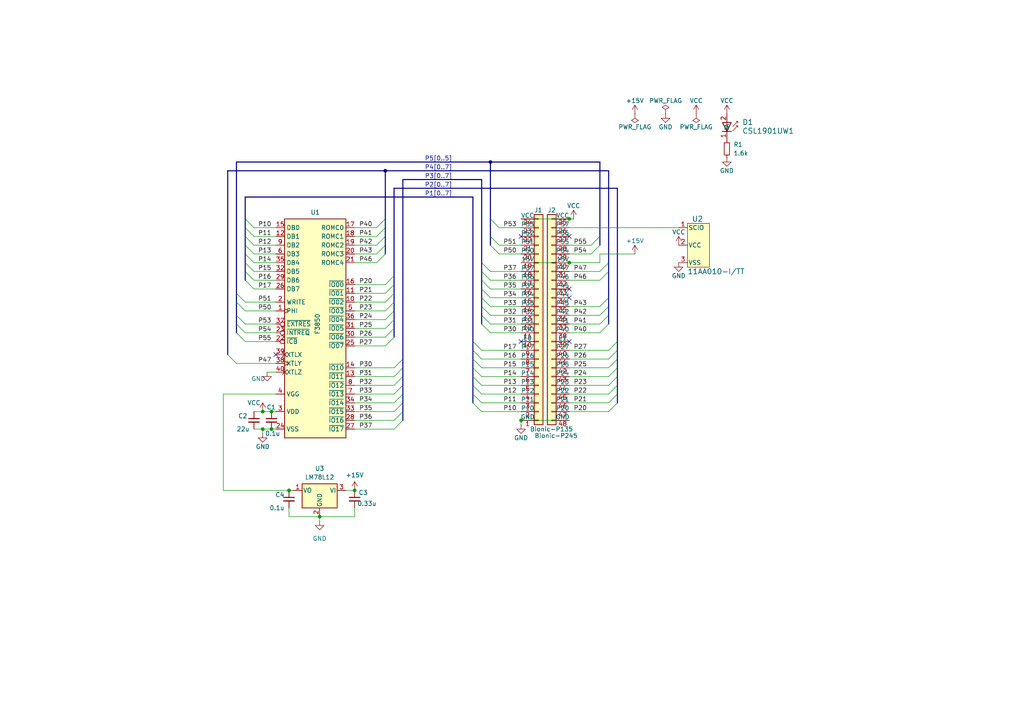
<source format=kicad_sch>
(kicad_sch (version 20231120) (generator "eeschema") (generator_version "8.0")
  (paper "A4")
  (title_block (title "BionicF3850") (date "2024-12-11") (rev "6") (company "Tadashi G. Takaoka"))
  (lib_symbols
    (symbol "+15V_1" (power) (pin_numbers hide) (pin_names (offset 0) hide)
      (property "Value" "+15V" (at 0 3.556 0))
      (symbol "+15V_1_0_1"
        (polyline (pts (xy -0.762 1.27) (xy 0 2.54)))
        (polyline (pts (xy 0 0) (xy 0 2.54)))
        (polyline (pts (xy 0 2.54) (xy 0.762 1.27)))
      )
      (symbol "+15V_1_1_1"
        (pin power_in line (at 0 0 90) (length 0) (name "~") (number "1"))
      )
    )
    (symbol "+15V_2" (power) (pin_numbers hide) (pin_names (offset 0) hide)
      (property "Value" "+15V" (at 0 3.556 0))
      (symbol "+15V_2_0_1"
        (polyline (pts (xy -0.762 1.27) (xy 0 2.54)))
        (polyline (pts (xy 0 0) (xy 0 2.54)))
        (polyline (pts (xy 0 2.54) (xy 0.762 1.27)))
      )
      (symbol "+15V_2_1_1"
        (pin power_in line (at 0 0 90) (length 0) (name "~") (number "1"))
      )
    )
    (symbol "0-LocalLibrary:11AA010-I_TT" (pin_names (offset 0.254))
      (property "Reference" "U" (at 2.54 1.27 0))
      (property "Value" "11AA010-I/TT" (at 3.81 -13.97 0))
      (symbol "11AA010-I_TT_1_1"
        (rectangle (start 0 0) (end 6.35 -12.7) (fill (type background)))
        (pin bidirectional line (at -2.54 -1.27 0) (length 2.54) (name "SCIO") (number "1"))
        (pin power_in line (at -2.54 -6.35 0) (length 2.54) (name "VCC") (number "2"))
        (pin power_in line (at -2.54 -11.43 0) (length 2.54) (name "VSS") (number "3"))
      )
    )
    (symbol "0-LocalLibrary:Bionic-P135" (pin_names (offset 0))
      (property "Reference" "J" (at 0 30.48 0))
      (property "Value" "Bionic-P135" (at -1.27 -33.02 0))
      (symbol "Bionic-P135_1_1"
        (rectangle (start 0 -30.353) (end -1.27 -30.607) (stroke (width 0.1524)))
        (rectangle (start 0 -27.813) (end -1.27 -28.067) (stroke (width 0.1524)))
        (rectangle (start 0 -25.273) (end -1.27 -25.527) (stroke (width 0.1524)))
        (rectangle (start 0 -22.733) (end -1.27 -22.987) (stroke (width 0.1524)))
        (rectangle (start 0 -20.193) (end -1.27 -20.447) (stroke (width 0.1524)))
        (rectangle (start 0 -17.653) (end -1.27 -17.907) (stroke (width 0.1524)))
        (rectangle (start 0 -15.113) (end -1.27 -15.367) (stroke (width 0.1524)))
        (rectangle (start 0 -12.573) (end -1.27 -12.827) (stroke (width 0.1524)))
        (rectangle (start 0 -10.033) (end -1.27 -10.287) (stroke (width 0.1524)))
        (rectangle (start 0 -7.493) (end -1.27 -7.747) (stroke (width 0.1524)))
        (rectangle (start 0 -4.953) (end -1.27 -5.207) (stroke (width 0.1524)))
        (rectangle (start 0 -2.413) (end -1.27 -2.667) (stroke (width 0.1524)))
        (rectangle (start 0 0.127) (end -1.27 -0.127) (stroke (width 0.1524)))
        (rectangle (start 0 2.667) (end -1.27 2.413) (stroke (width 0.1524)))
        (rectangle (start 0 5.207) (end -1.27 4.953) (stroke (width 0.1524)))
        (rectangle (start 0 7.747) (end -1.27 7.493) (stroke (width 0.1524)))
        (rectangle (start 0 10.287) (end -1.27 10.033) (stroke (width 0.1524)))
        (rectangle (start 0 12.827) (end -1.27 12.573) (stroke (width 0.1524)))
        (rectangle (start 0 15.367) (end -1.27 15.113) (stroke (width 0.1524)))
        (rectangle (start 0 17.907) (end -1.27 17.653) (stroke (width 0.1524)))
        (rectangle (start 0 20.447) (end -1.27 20.193) (stroke (width 0.1524)))
        (rectangle (start 0 22.987) (end -1.27 22.733) (stroke (width 0.1524)))
        (rectangle (start 0 25.527) (end -1.27 25.273) (stroke (width 0.1524)))
        (rectangle (start 0 28.067) (end -1.27 27.813) (stroke (width 0.1524)))
        (rectangle (start 1.27 29.21) (end -1.27 -31.75) (stroke (width 0.254)) (fill (type background)))
        (pin power_in line (at -5.08 -30.48 0) (length 3.81) (name "GND") (number "1"))
        (pin bidirectional line (at -5.08 -7.62 0) (length 3.81) (name "E0") (number "10"))
        (pin bidirectional line (at -5.08 -5.08 0) (length 3.81) (name "P30") (number "11"))
        (pin bidirectional line (at -5.08 -2.54 0) (length 3.81) (name "P31") (number "12"))
        (pin bidirectional line (at -5.08 0 0) (length 3.81) (name "P32") (number "13"))
        (pin bidirectional line (at -5.08 2.54 0) (length 3.81) (name "P33") (number "14"))
        (pin bidirectional line (at -5.08 5.08 0) (length 3.81) (name "P34") (number "15"))
        (pin bidirectional line (at -5.08 7.62 0) (length 3.81) (name "P35") (number "16"))
        (pin bidirectional line (at -5.08 10.16 0) (length 3.81) (name "P36") (number "17"))
        (pin bidirectional line (at -5.08 12.7 0) (length 3.81) (name "P37") (number "18"))
        (pin power_in line (at -5.08 15.24 0) (length 3.81) (name "15V") (number "19"))
        (pin bidirectional line (at -5.08 -27.94 0) (length 3.81) (name "P10") (number "2"))
        (pin bidirectional line (at -5.08 17.78 0) (length 3.81) (name "P50") (number "20"))
        (pin bidirectional line (at -5.08 20.32 0) (length 3.81) (name "P51") (number "21"))
        (pin bidirectional line (at -5.08 22.86 0) (length 3.81) (name "P52") (number "22"))
        (pin bidirectional line (at -5.08 25.4 0) (length 3.81) (name "P53") (number "23"))
        (pin power_in line (at -5.08 27.94 0) (length 3.81) (name "VCC") (number "24"))
        (pin bidirectional line (at -5.08 -25.4 0) (length 3.81) (name "P11") (number "3"))
        (pin bidirectional line (at -5.08 -22.86 0) (length 3.81) (name "P12") (number "4"))
        (pin bidirectional line (at -5.08 -20.32 0) (length 3.81) (name "P13") (number "5"))
        (pin bidirectional line (at -5.08 -17.78 0) (length 3.81) (name "P14") (number "6"))
        (pin bidirectional line (at -5.08 -15.24 0) (length 3.81) (name "P15") (number "7"))
        (pin bidirectional line (at -5.08 -12.7 0) (length 3.81) (name "P16") (number "8"))
        (pin bidirectional line (at -5.08 -10.16 0) (length 3.81) (name "P17") (number "9"))
      )
    )
    (symbol "0-LocalLibrary:Bionic-P245" (pin_names (offset 0))
      (property "Reference" "J" (at -3.81 30.48 0))
      (property "Value" "Bionic-P245" (at -1.27 -33.02 0))
      (symbol "Bionic-P245_1_1"
        (rectangle (start -2.54 -30.607) (end -3.81 -30.353) (stroke (width 0.1524)))
        (rectangle (start -2.54 -28.067) (end -3.81 -27.813) (stroke (width 0.1524)))
        (rectangle (start -2.54 -25.527) (end -3.81 -25.273) (stroke (width 0.1524)))
        (rectangle (start -2.54 -22.987) (end -3.81 -22.733) (stroke (width 0.1524)))
        (rectangle (start -2.54 -20.447) (end -3.81 -20.193) (stroke (width 0.1524)))
        (rectangle (start -2.54 -17.907) (end -3.81 -17.653) (stroke (width 0.1524)))
        (rectangle (start -2.54 -15.367) (end -3.81 -15.113) (stroke (width 0.1524)))
        (rectangle (start -2.54 -12.827) (end -3.81 -12.573) (stroke (width 0.1524)))
        (rectangle (start -2.54 -10.287) (end -3.81 -10.033) (stroke (width 0.1524)))
        (rectangle (start -2.54 -7.747) (end -3.81 -7.493) (stroke (width 0.1524)))
        (rectangle (start -2.54 -5.207) (end -3.81 -4.953) (stroke (width 0.1524)))
        (rectangle (start -2.54 -2.667) (end -3.81 -2.413) (stroke (width 0.1524)))
        (rectangle (start -2.54 -0.127) (end -3.81 0.127) (stroke (width 0.1524)))
        (rectangle (start -2.54 2.413) (end -3.81 2.667) (stroke (width 0.1524)))
        (rectangle (start -2.54 4.953) (end -3.81 5.207) (stroke (width 0.1524)))
        (rectangle (start -2.54 7.493) (end -3.81 7.747) (stroke (width 0.1524)))
        (rectangle (start -2.54 10.033) (end -3.81 10.287) (stroke (width 0.1524)))
        (rectangle (start -2.54 12.573) (end -3.81 12.827) (stroke (width 0.1524)))
        (rectangle (start -2.54 15.113) (end -3.81 15.367) (stroke (width 0.1524)))
        (rectangle (start -2.54 17.653) (end -3.81 17.907) (stroke (width 0.1524)))
        (rectangle (start -2.54 20.193) (end -3.81 20.447) (stroke (width 0.1524)))
        (rectangle (start -2.54 22.733) (end -3.81 22.987) (stroke (width 0.1524)))
        (rectangle (start -2.54 25.273) (end -3.81 25.527) (stroke (width 0.1524)))
        (rectangle (start -2.54 27.813) (end -3.81 28.067) (stroke (width 0.1524)))
        (rectangle (start -2.54 29.21) (end -5.08 -31.75) (stroke (width 0.254)) (fill (type background)))
        (pin power_in line (at 1.27 27.94 180) (length 3.81) (name "VCC") (number "25"))
        (pin bidirectional line (at 1.27 25.4 180) (length 3.81) (name "P57") (number "26"))
        (pin bidirectional line (at 1.27 22.86 180) (length 3.81) (name "P56") (number "27"))
        (pin bidirectional line (at 1.27 20.32 180) (length 3.81) (name "P55") (number "28"))
        (pin bidirectional line (at 1.27 17.78 180) (length 3.81) (name "P54") (number "29"))
        (pin power_in line (at 1.27 15.24 180) (length 3.81) (name "15V") (number "30"))
        (pin bidirectional line (at 1.27 12.7 180) (length 3.81) (name "P47") (number "31"))
        (pin bidirectional line (at 1.27 10.16 180) (length 3.81) (name "P46") (number "32"))
        (pin bidirectional line (at 1.27 7.62 180) (length 3.81) (name "P45") (number "33"))
        (pin bidirectional line (at 1.27 5.08 180) (length 3.81) (name "P44") (number "34"))
        (pin bidirectional line (at 1.27 2.54 180) (length 3.81) (name "P43") (number "35"))
        (pin bidirectional line (at 1.27 0 180) (length 3.81) (name "P42") (number "36"))
        (pin bidirectional line (at 1.27 -2.54 180) (length 3.81) (name "P41") (number "37"))
        (pin bidirectional line (at 1.27 -5.08 180) (length 3.81) (name "P40") (number "38"))
        (pin bidirectional line (at 1.27 -7.62 180) (length 3.81) (name "E1") (number "39"))
        (pin bidirectional line (at 1.27 -10.16 180) (length 3.81) (name "P27") (number "40"))
        (pin bidirectional line (at 1.27 -12.7 180) (length 3.81) (name "P26") (number "41"))
        (pin bidirectional line (at 1.27 -15.24 180) (length 3.81) (name "P25") (number "42"))
        (pin bidirectional line (at 1.27 -17.78 180) (length 3.81) (name "P24") (number "43"))
        (pin bidirectional line (at 1.27 -20.32 180) (length 3.81) (name "P23") (number "44"))
        (pin bidirectional line (at 1.27 -22.86 180) (length 3.81) (name "P22") (number "45"))
        (pin bidirectional line (at 1.27 -25.4 180) (length 3.81) (name "P21") (number "46"))
        (pin bidirectional line (at 1.27 -27.94 180) (length 3.81) (name "P20") (number "47"))
        (pin power_in line (at 1.27 -30.48 180) (length 3.81) (name "GND") (number "48"))
      )
    )
    (symbol "0-LocalLibrary:CSL1901UW1" (pin_names (offset 0.254))
      (property "Reference" "D" (at 3.81 -2.54 0))
      (property "Value" "CSL1901UW1" (at 3.81 -5.08 0))
      (symbol "CSL1901UW1_0_1"
        (polyline (pts (xy 2.159 3.175) (xy 2.667 3.175)))
        (polyline (pts (xy 2.54 0) (xy 5.08 0)))
        (polyline (pts (xy 5.08 1.27) (xy 5.08 -1.27)) (stroke (width 0.254)))
        (polyline (pts (xy 3.683 1.651) (xy 2.159 3.175) (xy 2.159 2.667)))
        (polyline (pts (xy 2.54 -1.27) (xy 5.08 0) (xy 2.54 1.27) (xy 2.54 -1.27)) (stroke (width 0.254)))
        (polyline (pts (xy 4.953 1.651) (xy 3.429 3.175) (xy 3.429 2.667) (xy 3.429 3.175) (xy 3.937 3.175)))
      )
      (symbol "CSL1901UW1_1_1"
        (pin passive line (at 7.62 0 180) (length 2.54) (name "K") (number "1"))
        (pin passive line (at 0 0 0) (length 2.54) (name "A") (number "2"))
      )
      (symbol "CSL1901UW1_1_2"
        (polyline (pts (xy -5.08 7.62) (xy -4.445 8.255)) (stroke (width 0.2032)))
        (polyline (pts (xy -5.08 8.255) (xy -5.08 7.62)) (stroke (width 0.2032)))
        (polyline (pts (xy -4.445 6.35) (xy -3.81 6.985)) (stroke (width 0.2032)))
        (polyline (pts (xy -4.445 8.255) (xy -5.08 8.255)) (stroke (width 0.2032)))
        (polyline (pts (xy -4.445 9.525) (xy -3.81 10.16)) (stroke (width 0.2032)))
        (polyline (pts (xy -4.445 10.16) (xy -4.445 9.525)) (stroke (width 0.2032)))
        (polyline (pts (xy -3.81 6.985) (xy -5.08 8.255)) (stroke (width 0.2032)))
        (polyline (pts (xy -3.81 8.255) (xy -3.175 8.89)) (stroke (width 0.2032)))
        (polyline (pts (xy -3.81 10.16) (xy -4.445 10.16)) (stroke (width 0.2032)))
        (polyline (pts (xy -3.175 5.08) (xy -4.445 6.35)) (stroke (width 0.2032)))
        (polyline (pts (xy -3.175 8.89) (xy -4.445 10.16)) (stroke (width 0.2032)))
        (polyline (pts (xy -2.54 6.985) (xy -3.81 8.255)) (stroke (width 0.2032)))
        (polyline (pts (xy -1.905 3.81) (xy 1.905 3.81)) (stroke (width 0.2032)))
        (polyline (pts (xy 0 2.54) (xy 0 3.4798)) (stroke (width 0.2032)))
        (polyline (pts (xy 0 3.175) (xy 0 3.81)) (stroke (width 0.2032)))
        (polyline (pts (xy 0 6.35) (xy -1.905 3.81)) (stroke (width 0.2032)))
        (polyline (pts (xy 0 6.35) (xy 0 7.62)) (stroke (width 0.2032)))
        (polyline (pts (xy 1.905 3.81) (xy 0 6.35)) (stroke (width 0.2032)))
        (polyline (pts (xy 1.905 6.35) (xy -1.905 6.35)) (stroke (width 0.2032)))
        (pin unspecified line (at 0 10.16 270) (length 2.54) (name "") (number "1"))
        (pin unspecified line (at 0 0 90) (length 2.54) (name "") (number "2"))
      )
    )
    (symbol "0-LocalLibrary:F3850"
      (property "Reference" "U" (at -1.27 31.75 0))
      (property "Value" "F3850" (at 0 -3.81 90))
      (symbol "F3850_0_0"
        (pin bidirectional line (at 11.43 -6.35 180) (length 2.54) (name "~{IO07}") (number "25"))
        (pin input inverted (at -11.43 0 0) (length 2.54) (name "~{EXTRES}") (number "37"))
        (pin input clock (at -11.43 -11.43 0) (length 2.54) (name "XTLY") (number "38"))
      )
      (symbol "F3850_0_1"
        (rectangle (start -8.89 30.48) (end 8.89 -33.02) (stroke (width 0.254)) (fill (type background)))
      )
      (symbol "F3850_1_1"
        (pin output clock (at -11.43 3.81 0) (length 2.54) (name "PHI") (number "1"))
        (pin bidirectional line (at 11.43 6.35 180) (length 2.54) (name "~{IO02}") (number "10"))
        (pin bidirectional line (at 11.43 8.89 180) (length 2.54) (name "~{IO01}") (number "11"))
        (pin bidirectional line (at -11.43 25.4 0) (length 2.54) (name "DB1") (number "12"))
        (pin bidirectional line (at 11.43 -15.24 180) (length 2.54) (name "~{IO11}") (number "13"))
        (pin bidirectional line (at 11.43 -12.7 180) (length 2.54) (name "~{IO10}") (number "14"))
        (pin bidirectional line (at -11.43 27.94 0) (length 2.54) (name "DB0") (number "15"))
        (pin bidirectional line (at 11.43 11.43 180) (length 2.54) (name "~{IO00}") (number "16"))
        (pin output line (at 11.43 27.94 180) (length 2.54) (name "ROMC0") (number "17"))
        (pin output line (at 11.43 25.4 180) (length 2.54) (name "ROMC1") (number "18"))
        (pin output line (at 11.43 22.86 180) (length 2.54) (name "ROMC2") (number "19"))
        (pin output line (at -11.43 6.35 0) (length 2.54) (name "WRITE") (number "2"))
        (pin output line (at 11.43 20.32 180) (length 2.54) (name "ROMC3") (number "20"))
        (pin output line (at 11.43 17.78 180) (length 2.54) (name "ROMC4") (number "21"))
        (pin output inverted (at -11.43 -5.08 0) (length 2.54) (name "~{ICB}") (number "22"))
        (pin input inverted (at -11.43 -2.54 0) (length 2.54) (name "~{INTREQ}") (number "23"))
        (pin power_in line (at -11.43 -30.48 0) (length 2.54) (name "VSS") (number "24"))
        (pin bidirectional line (at -11.43 10.16 0) (length 2.54) (name "DB7") (number "26"))
        (pin bidirectional line (at 11.43 -30.48 180) (length 2.54) (name "~{IO17}") (number "27"))
        (pin bidirectional line (at 11.43 -27.94 180) (length 2.54) (name "~{IO16}") (number "28"))
        (pin bidirectional line (at -11.43 12.7 0) (length 2.54) (name "DB6") (number "29"))
        (pin power_in line (at -11.43 -25.4 0) (length 2.54) (name "VDD") (number "3"))
        (pin bidirectional line (at 11.43 -3.81 180) (length 2.54) (name "~{IO06}") (number "30"))
        (pin bidirectional line (at 11.43 -1.27 180) (length 2.54) (name "~{IO05}") (number "31"))
        (pin bidirectional line (at -11.43 15.24 0) (length 2.54) (name "DB5") (number "32"))
        (pin bidirectional line (at 11.43 -25.4 180) (length 2.54) (name "~{IO15}") (number "33"))
        (pin bidirectional line (at 11.43 -22.86 180) (length 2.54) (name "~{IO14}") (number "34"))
        (pin bidirectional line (at -11.43 17.78 0) (length 2.54) (name "DB4") (number "35"))
        (pin bidirectional line (at 11.43 1.27 180) (length 2.54) (name "~{IO04}") (number "36"))
        (pin input non_logic (at -11.43 -8.89 0) (length 2.54) (name "XTLX") (number "39"))
        (pin power_in line (at -11.43 -20.32 0) (length 2.54) (name "VGG") (number "4"))
        (pin input non_logic (at -11.43 -13.97 0) (length 2.54) (name "XTLZ") (number "40"))
        (pin bidirectional line (at 11.43 3.81 180) (length 2.54) (name "~{IO03}") (number "5"))
        (pin bidirectional line (at -11.43 20.32 0) (length 2.54) (name "DB3") (number "6"))
        (pin bidirectional line (at 11.43 -20.32 180) (length 2.54) (name "~{IO13}") (number "7"))
        (pin bidirectional line (at 11.43 -17.78 180) (length 2.54) (name "~{IO12}") (number "8"))
        (pin bidirectional line (at -11.43 22.86 0) (length 2.54) (name "DB2") (number "9"))
      )
    )
    (symbol "Device:C_Small" (pin_numbers hide) (pin_names (offset 0.254) hide)
      (property "Reference" "C" (at 0.254 1.778 0))
      (property "Value" "C_Small" (at 0.254 -2.032 0))
      (symbol "C_Small_0_1"
        (polyline (pts (xy -1.524 -0.508) (xy 1.524 -0.508)) (stroke (width 0.3302)))
        (polyline (pts (xy -1.524 0.508) (xy 1.524 0.508)) (stroke (width 0.3048)))
      )
      (symbol "C_Small_1_1"
        (pin passive line (at 0 2.54 270) (length 2.032) (name "~") (number "1"))
        (pin passive line (at 0 -2.54 90) (length 2.032) (name "~") (number "2"))
      )
    )
    (symbol "Device:R_Small" (pin_numbers hide) (pin_names (offset 0.254) hide)
      (property "Reference" "R" (at 0.762 0.508 0))
      (property "Value" "R_Small" (at 0.762 -1.016 0))
      (symbol "R_Small_0_1"
        (rectangle (start -0.762 1.778) (end 0.762 -1.778) (stroke (width 0.2032)))
      )
      (symbol "R_Small_1_1"
        (pin passive line (at 0 2.54 270) (length 0.762) (name "~") (number "1"))
        (pin passive line (at 0 -2.54 90) (length 0.762) (name "~") (number "2"))
      )
    )
    (symbol "GND_1" (power) (pin_numbers hide) (pin_names (offset 0) hide)
      (property "Value" "GND" (at 0 -3.81 0))
      (symbol "GND_1_0_1"
        (polyline (pts (xy 0 0) (xy 0 -1.27) (xy 1.27 -1.27) (xy 0 -2.54) (xy -1.27 -1.27) (xy 0 -1.27)))
      )
      (symbol "GND_1_1_1"
        (pin power_in line (at 0 0 270) (length 0) (name "~") (number "1"))
      )
    )
    (symbol "GND_2" (power) (pin_numbers hide) (pin_names (offset 0) hide)
      (property "Value" "GND" (at 0 -3.81 0))
      (symbol "GND_2_0_1"
        (polyline (pts (xy 0 0) (xy 0 -1.27) (xy 1.27 -1.27) (xy 0 -2.54) (xy -1.27 -1.27) (xy 0 -1.27)))
      )
      (symbol "GND_2_1_1"
        (pin power_in line (at 0 0 270) (length 0) (name "~") (number "1"))
      )
    )
    (symbol "GND_3" (power) (pin_numbers hide) (pin_names (offset 0) hide)
      (property "Value" "GND" (at 0 -3.81 0))
      (symbol "GND_3_0_1"
        (polyline (pts (xy 0 0) (xy 0 -1.27) (xy 1.27 -1.27) (xy 0 -2.54) (xy -1.27 -1.27) (xy 0 -1.27)))
      )
      (symbol "GND_3_1_1"
        (pin power_in line (at 0 0 270) (length 0) (name "~") (number "1"))
      )
    )
    (symbol "GND_4" (power) (pin_numbers hide) (pin_names (offset 0) hide)
      (property "Value" "GND" (at 0 -3.81 0))
      (symbol "GND_4_0_1"
        (polyline (pts (xy 0 0) (xy 0 -1.27) (xy 1.27 -1.27) (xy 0 -2.54) (xy -1.27 -1.27) (xy 0 -1.27)))
      )
      (symbol "GND_4_1_1"
        (pin power_in line (at 0 0 270) (length 0) (name "~") (number "1"))
      )
    )
    (symbol "Regulator_Linear:L78L12_TO92" (pin_names (offset 0.254))
      (property "Reference" "U" (at -3.81 3.175 0))
      (property "Value" "L78L12_TO92" (at 0 3.175 0))
      (symbol "L78L12_TO92_0_1"
        (rectangle (start -5.08 -5.08) (end 5.08 1.905) (stroke (width 0.254)) (fill (type background)))
      )
      (symbol "L78L12_TO92_1_1"
        (pin power_out line (at 7.62 0 180) (length 2.54) (name "VO") (number "1"))
        (pin power_in line (at 0 -7.62 90) (length 2.54) (name "GND") (number "2"))
        (pin power_in line (at -7.62 0 0) (length 2.54) (name "VI") (number "3"))
      )
    )
    (symbol "VCC_1" (power) (pin_numbers hide) (pin_names (offset 0) hide)
      (property "Value" "VCC" (at 0 3.556 0))
      (symbol "VCC_1_0_1"
        (polyline (pts (xy -0.762 1.27) (xy 0 2.54)))
        (polyline (pts (xy 0 0) (xy 0 2.54)))
        (polyline (pts (xy 0 2.54) (xy 0.762 1.27)))
      )
      (symbol "VCC_1_1_1"
        (pin power_in line (at 0 0 90) (length 0) (name "~") (number "1"))
      )
    )
    (symbol "VCC_2" (power) (pin_numbers hide) (pin_names (offset 0) hide)
      (property "Value" "VCC" (at 0 3.556 0))
      (symbol "VCC_2_0_1"
        (polyline (pts (xy -0.762 1.27) (xy 0 2.54)))
        (polyline (pts (xy 0 0) (xy 0 2.54)))
        (polyline (pts (xy 0 2.54) (xy 0.762 1.27)))
      )
      (symbol "VCC_2_1_1"
        (pin power_in line (at 0 0 90) (length 0) (name "~") (number "1"))
      )
    )
    (symbol "VCC_3" (power) (pin_numbers hide) (pin_names (offset 0) hide)
      (property "Value" "VCC" (at 0 3.556 0))
      (symbol "VCC_3_0_1"
        (polyline (pts (xy -0.762 1.27) (xy 0 2.54)))
        (polyline (pts (xy 0 0) (xy 0 2.54)))
        (polyline (pts (xy 0 2.54) (xy 0.762 1.27)))
      )
      (symbol "VCC_3_1_1"
        (pin power_in line (at 0 0 90) (length 0) (name "~") (number "1"))
      )
    )
    (symbol "VCC_4" (power) (pin_numbers hide) (pin_names (offset 0) hide)
      (property "Value" "VCC" (at 0 3.556 0))
      (symbol "VCC_4_0_1"
        (polyline (pts (xy -0.762 1.27) (xy 0 2.54)))
        (polyline (pts (xy 0 0) (xy 0 2.54)))
        (polyline (pts (xy 0 2.54) (xy 0.762 1.27)))
      )
      (symbol "VCC_4_1_1"
        (pin power_in line (at 0 0 90) (length 0) (name "~") (number "1"))
      )
    )
    (symbol "power:+15V" (power) (pin_numbers hide) (pin_names (offset 0) hide)
      (property "Value" "+15V" (at 0 3.556 0))
      (symbol "+15V_0_1"
        (polyline (pts (xy -0.762 1.27) (xy 0 2.54)))
        (polyline (pts (xy 0 0) (xy 0 2.54)))
        (polyline (pts (xy 0 2.54) (xy 0.762 1.27)))
      )
      (symbol "+15V_1_1"
        (pin power_in line (at 0 0 90) (length 0) (name "~") (number "1"))
      )
    )
    (symbol "power:GND" (power) (pin_numbers hide) (pin_names (offset 0) hide)
      (property "Value" "GND" (at 0 -3.81 0))
      (symbol "GND_0_1"
        (polyline (pts (xy 0 0) (xy 0 -1.27) (xy 1.27 -1.27) (xy 0 -2.54) (xy -1.27 -1.27) (xy 0 -1.27)))
      )
      (symbol "GND_1_1"
        (pin power_in line (at 0 0 270) (length 0) (name "~") (number "1"))
      )
    )
    (symbol "power:PWR_FLAG" (power) (pin_numbers hide) (pin_names (offset 0) hide)
      (property "Value" "PWR_FLAG" (at 0 3.81 0))
      (symbol "PWR_FLAG_0_0"
        (pin power_out line (at 0 0 90) (length 0) (name "~") (number "1"))
      )
      (symbol "PWR_FLAG_0_1"
        (polyline (pts (xy 0 0) (xy 0 1.27) (xy -1.016 1.905) (xy 0 2.54) (xy 1.016 1.905) (xy 0 1.27)))
      )
    )
    (symbol "power:VCC" (power) (pin_numbers hide) (pin_names (offset 0) hide)
      (property "Value" "VCC" (at 0 3.556 0))
      (symbol "VCC_0_1"
        (polyline (pts (xy -0.762 1.27) (xy 0 2.54)))
        (polyline (pts (xy 0 0) (xy 0 2.54)))
        (polyline (pts (xy 0 2.54) (xy 0.762 1.27)))
      )
      (symbol "VCC_1_1"
        (pin power_in line (at 0 0 90) (length 0) (name "~") (number "1"))
      )
    )
  )
  (junction (at 78.74 119.38))
  (junction (at 83.82 142.24))
  (junction (at 92.71 149.86))
  (junction (at 151.13 121.92))
  (junction (at 76.2 119.38))
  (junction (at 102.87 142.24))
  (junction (at 76.2 124.46))
  (junction (at 142.24 46.99))
  (junction (at 165.1 76.2))
  (junction (at 111.76 49.53))
  (junction (at 165.1 63.5))
  (junction (at 78.74 124.46))
  (no_connect (at 165.1 68.58))
  (no_connect (at 80.01 102.87))
  (no_connect (at 165.1 86.36))
  (no_connect (at 165.1 83.82))
  (no_connect (at 165.1 99.06))
  (no_connect (at 151.13 99.06))
  (no_connect (at 151.13 68.58))
  (bus_entry (at 139.7 119.38) (size -2.54 -2.54))
  (bus_entry (at 139.7 81.28) (size 2.54 2.54))
  (bus_entry (at 144.78 66.04) (size -2.54 -2.54))
  (bus_entry (at 179.07 99.06) (size -2.54 2.54))
  (bus_entry (at 111.76 71.12) (size -2.54 2.54))
  (bus_entry (at 176.53 93.98) (size -2.54 2.54))
  (bus_entry (at 144.78 73.66) (size -2.54 -2.54))
  (bus_entry (at 71.12 99.06) (size -2.54 -2.54))
  (bus_entry (at 73.66 78.74) (size -2.54 -2.54))
  (bus_entry (at 116.84 104.14) (size -2.54 2.54))
  (bus_entry (at 173.99 88.9) (size 2.54 -2.54))
  (bus_entry (at 73.66 73.66) (size -2.54 -2.54))
  (bus_entry (at 139.7 91.44) (size 2.54 2.54))
  (bus_entry (at 176.53 76.2) (size -2.54 2.54))
  (bus_entry (at 111.76 63.5) (size -2.54 2.54))
  (bus_entry (at 116.84 114.3) (size -2.54 2.54))
  (bus_entry (at 179.07 109.22) (size -2.54 2.54))
  (bus_entry (at 111.76 85.09) (size 2.54 -2.54))
  (bus_entry (at 116.84 111.76) (size -2.54 2.54))
  (bus_entry (at 71.12 90.17) (size -2.54 -2.54))
  (bus_entry (at 139.7 76.2) (size 2.54 2.54))
  (bus_entry (at 179.07 101.6) (size -2.54 2.54))
  (bus_entry (at 139.7 93.98) (size 2.54 2.54))
  (bus_entry (at 71.12 93.98) (size -2.54 -2.54))
  (bus_entry (at 73.66 68.58) (size -2.54 -2.54))
  (bus_entry (at 144.78 71.12) (size -2.54 -2.54))
  (bus_entry (at 139.7 101.6) (size -2.54 -2.54))
  (bus_entry (at 139.7 104.14) (size -2.54 -2.54))
  (bus_entry (at 111.76 92.71) (size 2.54 -2.54))
  (bus_entry (at 171.45 73.66) (size 2.54 -2.54))
  (bus_entry (at 173.99 93.98) (size 2.54 -2.54))
  (bus_entry (at 173.99 91.44) (size 2.54 -2.54))
  (bus_entry (at 171.45 71.12) (size 2.54 -2.54))
  (bus_entry (at 176.53 78.74) (size -2.54 2.54))
  (bus_entry (at 111.76 68.58) (size -2.54 2.54))
  (bus_entry (at 71.12 87.63) (size -2.54 -2.54))
  (bus_entry (at 139.7 86.36) (size 2.54 2.54))
  (bus_entry (at 139.7 109.22) (size -2.54 -2.54))
  (bus_entry (at 179.07 114.3) (size -2.54 2.54))
  (bus_entry (at 111.76 95.25) (size 2.54 -2.54))
  (bus_entry (at 71.12 96.52) (size -2.54 -2.54))
  (bus_entry (at 73.66 81.28) (size -2.54 -2.54))
  (bus_entry (at 179.07 104.14) (size -2.54 2.54))
  (bus_entry (at 111.76 73.66) (size -2.54 2.54))
  (bus_entry (at 73.66 76.2) (size -2.54 -2.54))
  (bus_entry (at 73.66 66.04) (size -2.54 -2.54))
  (bus_entry (at 139.7 88.9) (size 2.54 2.54))
  (bus_entry (at 114.3 121.92) (size 2.54 -2.54))
  (bus_entry (at 139.7 111.76) (size -2.54 -2.54))
  (bus_entry (at 176.53 114.3) (size 2.54 -2.54))
  (bus_entry (at 114.3 87.63) (size -2.54 2.54))
  (bus_entry (at 139.7 78.74) (size 2.54 2.54))
  (bus_entry (at 139.7 83.82) (size 2.54 2.54))
  (bus_entry (at 114.3 119.38) (size 2.54 -2.54))
  (bus_entry (at 116.84 109.22) (size -2.54 2.54))
  (bus_entry (at 179.07 106.68) (size -2.54 2.54))
  (bus_entry (at 111.76 87.63) (size 2.54 -2.54))
  (bus_entry (at 139.7 106.68) (size -2.54 -2.54))
  (bus_entry (at 111.76 82.55) (size 2.54 -2.54))
  (bus_entry (at 73.66 71.12) (size -2.54 -2.54))
  (bus_entry (at 111.76 66.04) (size -2.54 2.54))
  (bus_entry (at 139.7 114.3) (size -2.54 -2.54))
  (bus_entry (at 114.3 124.46) (size 2.54 -2.54))
  (bus_entry (at 179.07 116.84) (size -2.54 2.54))
  (bus_entry (at 116.84 106.68) (size -2.54 2.54))
  (bus_entry (at 139.7 116.84) (size -2.54 -2.54))
  (bus_entry (at 114.3 97.79) (size -2.54 2.54))
  (bus_entry (at 114.3 95.25) (size -2.54 2.54))
  (bus_entry (at 73.66 83.82) (size -2.54 -2.54))
  (bus_entry (at 66.04 102.87) (size 2.54 2.54))
  (wire (pts (xy 71.12 90.17) (xy 80.01 90.17)))
  (bus (pts (xy 176.53 91.44) (xy 176.53 93.98)))
  (wire (pts (xy 78.74 119.38) (xy 80.01 119.38)))
  (wire (pts (xy 102.87 100.33) (xy 111.76 100.33)))
  (bus (pts (xy 116.84 104.14) (xy 116.84 106.68)))
  (wire (pts (xy 73.66 81.28) (xy 80.01 81.28)))
  (wire (pts (xy 73.66 71.12) (xy 80.01 71.12)))
  (wire (pts (xy 139.7 104.14) (xy 151.13 104.14)))
  (wire (pts (xy 102.87 76.2) (xy 109.22 76.2)))
  (bus (pts (xy 139.7 52.07) (xy 139.7 76.2)))
  (bus (pts (xy 116.84 109.22) (xy 116.84 111.76)))
  (wire (pts (xy 102.87 149.86) (xy 92.71 149.86)))
  (bus (pts (xy 139.7 81.28) (xy 139.7 83.82)))
  (wire (pts (xy 102.87 87.63) (xy 111.76 87.63)))
  (wire (pts (xy 139.7 116.84) (xy 151.13 116.84)))
  (bus (pts (xy 71.12 66.04) (xy 71.12 68.58)))
  (wire (pts (xy 173.99 73.66) (xy 173.99 76.2)))
  (bus (pts (xy 139.7 86.36) (xy 139.7 88.9)))
  (wire (pts (xy 73.66 83.82) (xy 80.01 83.82)))
  (bus (pts (xy 116.84 119.38) (xy 116.84 121.92)))
  (wire (pts (xy 102.87 121.92) (xy 114.3 121.92)))
  (bus (pts (xy 114.3 87.63) (xy 114.3 90.17)))
  (wire (pts (xy 102.87 73.66) (xy 109.22 73.66)))
  (wire (pts (xy 102.87 147.32) (xy 102.87 149.86)))
  (bus (pts (xy 116.84 114.3) (xy 116.84 116.84)))
  (bus (pts (xy 176.53 88.9) (xy 176.53 91.44)))
  (wire (pts (xy 102.87 85.09) (xy 111.76 85.09)))
  (bus (pts (xy 114.3 90.17) (xy 114.3 92.71)))
  (wire (pts (xy 165.1 116.84) (xy 176.53 116.84)))
  (wire (pts (xy 71.12 87.63) (xy 80.01 87.63)))
  (bus (pts (xy 139.7 78.74) (xy 139.7 81.28)))
  (wire (pts (xy 165.1 76.2) (xy 173.99 76.2)))
  (bus (pts (xy 114.3 54.61) (xy 114.3 80.01)))
  (wire (pts (xy 139.7 114.3) (xy 151.13 114.3)))
  (wire (pts (xy 80.01 114.3) (xy 64.77 114.3)))
  (wire (pts (xy 76.2 124.46) (xy 78.74 124.46)))
  (bus (pts (xy 142.24 46.99) (xy 173.99 46.99)))
  (wire (pts (xy 73.66 66.04) (xy 80.01 66.04)))
  (wire (pts (xy 102.87 68.58) (xy 109.22 68.58)))
  (wire (pts (xy 83.82 147.32) (xy 83.82 149.86)))
  (wire (pts (xy 142.24 78.74) (xy 151.13 78.74)))
  (wire (pts (xy 151.13 63.5) (xy 165.1 63.5)))
  (wire (pts (xy 165.1 104.14) (xy 176.53 104.14)))
  (wire (pts (xy 102.87 90.17) (xy 111.76 90.17)))
  (wire (pts (xy 71.12 99.06) (xy 80.01 99.06)))
  (bus (pts (xy 137.16 101.6) (xy 137.16 104.14)))
  (wire (pts (xy 144.78 66.04) (xy 151.13 66.04)))
  (bus (pts (xy 111.76 68.58) (xy 111.76 71.12)))
  (bus (pts (xy 142.24 63.5) (xy 142.24 46.99)))
  (wire (pts (xy 78.74 124.46) (xy 80.01 124.46)))
  (bus (pts (xy 137.16 57.15) (xy 137.16 99.06)))
  (bus (pts (xy 173.99 71.12) (xy 173.99 68.58)))
  (wire (pts (xy 139.7 119.38) (xy 151.13 119.38)))
  (wire (pts (xy 64.77 114.3) (xy 64.77 142.24)))
  (wire (pts (xy 165.1 114.3) (xy 176.53 114.3)))
  (bus (pts (xy 137.16 109.22) (xy 137.16 111.76)))
  (wire (pts (xy 102.87 92.71) (xy 111.76 92.71)))
  (wire (pts (xy 102.87 111.76) (xy 114.3 111.76)))
  (bus (pts (xy 68.58 93.98) (xy 68.58 91.44)))
  (wire (pts (xy 165.1 88.9) (xy 173.99 88.9)))
  (bus (pts (xy 173.99 46.99) (xy 173.99 68.58)))
  (wire (pts (xy 165.1 78.74) (xy 173.99 78.74)))
  (wire (pts (xy 64.77 142.24) (xy 83.82 142.24)))
  (bus (pts (xy 137.16 104.14) (xy 137.16 106.68)))
  (bus (pts (xy 179.07 99.06) (xy 179.07 101.6)))
  (bus (pts (xy 176.53 86.36) (xy 176.53 88.9)))
  (wire (pts (xy 71.12 93.98) (xy 80.01 93.98)))
  (wire (pts (xy 102.87 106.68) (xy 114.3 106.68)))
  (wire (pts (xy 144.78 71.12) (xy 151.13 71.12)))
  (bus (pts (xy 139.7 88.9) (xy 139.7 91.44)))
  (bus (pts (xy 179.07 101.6) (xy 179.07 104.14)))
  (bus (pts (xy 116.84 52.07) (xy 139.7 52.07)))
  (bus (pts (xy 114.3 54.61) (xy 179.07 54.61)))
  (wire (pts (xy 142.24 86.36) (xy 151.13 86.36)))
  (wire (pts (xy 139.7 106.68) (xy 151.13 106.68)))
  (bus (pts (xy 176.53 76.2) (xy 176.53 78.74)))
  (wire (pts (xy 77.47 107.95) (xy 80.01 107.95)))
  (wire (pts (xy 73.66 68.58) (xy 80.01 68.58)))
  (wire (pts (xy 102.87 71.12) (xy 109.22 71.12)))
  (bus (pts (xy 116.84 106.68) (xy 116.84 109.22)))
  (bus (pts (xy 71.12 78.74) (xy 71.12 81.28)))
  (bus (pts (xy 179.07 114.3) (xy 179.07 116.84)))
  (bus (pts (xy 176.53 49.53) (xy 176.53 76.2)))
  (wire (pts (xy 73.66 76.2) (xy 80.01 76.2)))
  (bus (pts (xy 176.53 78.74) (xy 176.53 86.36)))
  (bus (pts (xy 114.3 82.55) (xy 114.3 85.09)))
  (wire (pts (xy 102.87 114.3) (xy 114.3 114.3)))
  (bus (pts (xy 68.58 93.98) (xy 68.58 96.52)))
  (bus (pts (xy 179.07 111.76) (xy 179.07 114.3)))
  (wire (pts (xy 165.1 106.68) (xy 176.53 106.68)))
  (bus (pts (xy 179.07 54.61) (xy 179.07 99.06)))
  (wire (pts (xy 102.87 109.22) (xy 114.3 109.22)))
  (bus (pts (xy 71.12 68.58) (xy 71.12 71.12)))
  (wire (pts (xy 165.1 63.5) (xy 166.37 63.5)))
  (wire (pts (xy 102.87 95.25) (xy 111.76 95.25)))
  (wire (pts (xy 142.24 88.9) (xy 151.13 88.9)))
  (wire (pts (xy 102.87 82.55) (xy 111.76 82.55)))
  (wire (pts (xy 165.1 73.66) (xy 171.45 73.66)))
  (bus (pts (xy 114.3 80.01) (xy 114.3 82.55)))
  (wire (pts (xy 165.1 111.76) (xy 176.53 111.76)))
  (wire (pts (xy 73.66 73.66) (xy 80.01 73.66)))
  (bus (pts (xy 114.3 95.25) (xy 114.3 97.79)))
  (wire (pts (xy 184.15 73.66) (xy 173.99 73.66)))
  (wire (pts (xy 85.09 142.24) (xy 83.82 142.24)))
  (bus (pts (xy 111.76 63.5) (xy 111.76 66.04)))
  (bus (pts (xy 68.58 87.63) (xy 68.58 85.09)))
  (bus (pts (xy 71.12 71.12) (xy 71.12 73.66)))
  (bus (pts (xy 116.84 111.76) (xy 116.84 114.3)))
  (wire (pts (xy 102.87 124.46) (xy 114.3 124.46)))
  (wire (pts (xy 165.1 66.04) (xy 196.85 66.04)))
  (wire (pts (xy 102.87 97.79) (xy 111.76 97.79)))
  (bus (pts (xy 71.12 66.04) (xy 71.12 63.5)))
  (wire (pts (xy 73.66 78.74) (xy 80.01 78.74)))
  (wire (pts (xy 139.7 101.6) (xy 151.13 101.6)))
  (bus (pts (xy 139.7 83.82) (xy 139.7 86.36)))
  (wire (pts (xy 73.66 119.38) (xy 76.2 119.38)))
  (bus (pts (xy 116.84 116.84) (xy 116.84 119.38)))
  (bus (pts (xy 111.76 66.04) (xy 111.76 68.58)))
  (bus (pts (xy 66.04 49.53) (xy 111.76 49.53)))
  (wire (pts (xy 144.78 73.66) (xy 151.13 73.66)))
  (wire (pts (xy 83.82 149.86) (xy 92.71 149.86)))
  (wire (pts (xy 139.7 111.76) (xy 151.13 111.76)))
  (bus (pts (xy 68.58 46.99) (xy 142.24 46.99)))
  (bus (pts (xy 71.12 57.15) (xy 137.16 57.15)))
  (bus (pts (xy 68.58 91.44) (xy 68.58 87.63)))
  (wire (pts (xy 142.24 96.52) (xy 151.13 96.52)))
  (bus (pts (xy 142.24 71.12) (xy 142.24 68.58)))
  (bus (pts (xy 139.7 91.44) (xy 139.7 93.98)))
  (bus (pts (xy 71.12 73.66) (xy 71.12 76.2)))
  (wire (pts (xy 165.1 91.44) (xy 173.99 91.44)))
  (wire (pts (xy 165.1 109.22) (xy 176.53 109.22)))
  (wire (pts (xy 139.7 109.22) (xy 151.13 109.22)))
  (wire (pts (xy 151.13 123.19) (xy 151.13 121.92)))
  (bus (pts (xy 142.24 68.58) (xy 142.24 63.5)))
  (bus (pts (xy 137.16 111.76) (xy 137.16 114.3)))
  (bus (pts (xy 114.3 92.71) (xy 114.3 95.25)))
  (bus (pts (xy 139.7 76.2) (xy 139.7 78.74)))
  (wire (pts (xy 102.87 142.24) (xy 100.33 142.24)))
  (bus (pts (xy 179.07 109.22) (xy 179.07 111.76)))
  (bus (pts (xy 116.84 52.07) (xy 116.84 104.14)))
  (wire (pts (xy 165.1 81.28) (xy 173.99 81.28)))
  (wire (pts (xy 73.66 124.46) (xy 76.2 124.46)))
  (wire (pts (xy 165.1 101.6) (xy 176.53 101.6)))
  (wire (pts (xy 151.13 76.2) (xy 165.1 76.2)))
  (wire (pts (xy 165.1 93.98) (xy 173.99 93.98)))
  (bus (pts (xy 137.16 114.3) (xy 137.16 116.84)))
  (wire (pts (xy 165.1 71.12) (xy 171.45 71.12)))
  (wire (pts (xy 165.1 119.38) (xy 176.53 119.38)))
  (wire (pts (xy 151.13 121.92) (xy 165.1 121.92)))
  (wire (pts (xy 76.2 119.38) (xy 78.74 119.38)))
  (bus (pts (xy 114.3 85.09) (xy 114.3 87.63)))
  (bus (pts (xy 111.76 71.12) (xy 111.76 73.66)))
  (bus (pts (xy 71.12 76.2) (xy 71.12 78.74)))
  (wire (pts (xy 71.12 96.52) (xy 80.01 96.52)))
  (wire (pts (xy 68.58 105.41) (xy 80.01 105.41)))
  (bus (pts (xy 111.76 49.53) (xy 176.53 49.53)))
  (wire (pts (xy 165.1 96.52) (xy 173.99 96.52)))
  (bus (pts (xy 179.07 104.14) (xy 179.07 106.68)))
  (bus (pts (xy 137.16 99.06) (xy 137.16 101.6)))
  (bus (pts (xy 137.16 106.68) (xy 137.16 109.22)))
  (bus (pts (xy 71.12 63.5) (xy 71.12 57.15)))
  (wire (pts (xy 102.87 119.38) (xy 114.3 119.38)))
  (bus (pts (xy 66.04 49.53) (xy 66.04 102.87)))
  (wire (pts (xy 142.24 83.82) (xy 151.13 83.82)))
  (wire (pts (xy 102.87 116.84) (xy 114.3 116.84)))
  (bus (pts (xy 111.76 63.5) (xy 111.76 49.53)))
  (wire (pts (xy 92.71 151.13) (xy 92.71 149.86)))
  (wire (pts (xy 142.24 93.98) (xy 151.13 93.98)))
  (bus (pts (xy 68.58 46.99) (xy 68.58 85.09)))
  (wire (pts (xy 102.87 66.04) (xy 109.22 66.04)))
  (wire (pts (xy 76.2 125.73) (xy 76.2 124.46)))
  (wire (pts (xy 142.24 91.44) (xy 151.13 91.44)))
  (bus (pts (xy 179.07 106.68) (xy 179.07 109.22)))
  (wire (pts (xy 142.24 81.28) (xy 151.13 81.28)))
  (label "P26" (at 166.37 104.14 0))
  (label "P21" (at 104.14 85.09 0))
  (label "P42" (at 104.14 71.12 0))
  (label "P12" (at 78.74 71.12 180))
  (label "P3[0..7]" (at 123.19 52.07 0))
  (label "P22" (at 104.14 87.63 0))
  (label "P41" (at 166.37 93.98 0))
  (label "P17" (at 149.86 101.6 180))
  (label "P54" (at 166.37 73.66 0))
  (label "P35" (at 149.86 83.82 180))
  (label "P10" (at 78.74 66.04 180))
  (label "P24" (at 104.14 92.71 0))
  (label "P47" (at 78.74 105.41 180))
  (label "P17" (at 78.74 83.82 180))
  (label "P36" (at 149.86 81.28 180))
  (label "P27" (at 166.37 101.6 0))
  (label "P21" (at 166.37 116.84 0))
  (label "P46" (at 104.14 76.2 0))
  (label "P50" (at 149.86 73.66 180))
  (label "P2[0..7]" (at 123.19 54.61 0))
  (label "P16" (at 78.74 81.28 180))
  (label "P25" (at 166.37 106.68 0))
  (label "P40" (at 166.37 96.52 0))
  (label "P15" (at 149.86 106.68 180))
  (label "P41" (at 104.14 68.58 0))
  (label "P22" (at 166.37 114.3 0))
  (label "P46" (at 166.37 81.28 0))
  (label "P27" (at 104.14 100.33 0))
  (label "P4[0..7]" (at 123.19 49.53 0))
  (label "P13" (at 149.86 111.76 180))
  (label "P12" (at 149.86 114.3 180))
  (label "P34" (at 104.14 116.84 0))
  (label "P31" (at 104.14 109.22 0))
  (label "P23" (at 104.14 90.17 0))
  (label "P33" (at 104.14 114.3 0))
  (label "P13" (at 78.74 73.66 180))
  (label "P33" (at 149.86 88.9 180))
  (label "P53" (at 78.74 93.98 180))
  (label "P30" (at 149.86 96.52 180))
  (label "P37" (at 149.86 78.74 180))
  (label "P16" (at 149.86 104.14 180))
  (label "P25" (at 104.14 95.25 0))
  (label "P1[0..7]" (at 123.19 57.15 0))
  (label "P30" (at 104.14 106.68 0))
  (label "P35" (at 104.14 119.38 0))
  (label "P51" (at 78.74 87.63 180))
  (label "P11" (at 149.86 116.84 180))
  (label "P24" (at 166.37 109.22 0))
  (label "P54" (at 78.74 96.52 180))
  (label "P43" (at 166.37 88.9 0))
  (label "P20" (at 104.14 82.55 0))
  (label "P55" (at 78.74 99.06 180))
  (label "P50" (at 78.74 90.17 180))
  (label "P51" (at 149.86 71.12 180))
  (label "P34" (at 149.86 86.36 180))
  (label "P40" (at 104.14 66.04 0))
  (label "P36" (at 104.14 121.92 0))
  (label "P43" (at 104.14 73.66 0))
  (label "P32" (at 104.14 111.76 0))
  (label "P10" (at 149.86 119.38 180))
  (label "P14" (at 149.86 109.22 180))
  (label "P5[0..5]" (at 123.19 46.99 0))
  (label "P15" (at 78.74 78.74 180))
  (label "P14" (at 78.74 76.2 180))
  (label "P31" (at 149.86 93.98 180))
  (label "P53" (at 149.86 66.04 180))
  (label "P37" (at 104.14 124.46 0))
  (label "P11" (at 78.74 68.58 180))
  (label "P20" (at 166.37 119.38 0))
  (label "P47" (at 166.37 78.74 0))
  (label "P42" (at 166.37 91.44 0))
  (label "P26" (at 104.14 97.79 0))
  (label "P32" (at 149.86 91.44 180))
  (label "P23" (at 166.37 111.76 0))
  (label "P55" (at 166.37 71.12 0))
  (symbol (lib_id "Device:C_Small") (at 78.74 121.92 0) (mirror y) (unit 1)
    (property "Reference" "C1" (at 80.01 118.11 0) (effects (justify left)))
    (property "Value" "0.1u" (at 81.28 125.73 0) (effects (justify left)))
    (property "Footprint" "Capacitor_SMD:C_0603_1608Metric_Pad1.08x0.95mm_HandSolder" (effects (hide yes)))
  )
  (symbol (lib_id "power:GND") (at 92.71 151.13 0) (mirror y) (unit 1)
    (property "Reference" "#PWR05" (effects (hide yes)))
    (property "Value" "GND" (at 92.71 156.21 0))
    (property "Description" "Power symbol creates a global label with name \"GND\" , ground" (effects (hide yes)))
  )
  (symbol (lib_id "0-LocalLibrary:F3850") (at 91.44 93.98 0) (unit 1)
    (property "Reference" "U1" (at 91.44 61.595 0))
    (property "Value" "F3850" (at 92.075 93.98 90))
    (property "Footprint" "0-LocalLibrary:DIP-40_W15.24mm_Socket" (effects (hide yes)))
    (property "Datasheet" "https://datasheetspdf.com/datasheet/F3850.html" (effects (hide yes)))
  )
  (symbol (lib_id "Device:C_Small") (at 73.66 121.92 0) (mirror y) (unit 1)
    (property "Reference" "C2" (at 71.755 120.65 0) (effects (justify left)))
    (property "Value" "22u" (at 72.39 124.46 0) (effects (justify left)))
    (property "Footprint" "Capacitor_SMD:C_0603_1608Metric_Pad1.08x0.95mm_HandSolder" (effects (hide yes)))
  )
  (symbol (lib_id "Device:C_Small") (at 83.82 144.78 0) (mirror y) (unit 1)
    (property "Reference" "C4" (at 82.55 143.51 0) (effects (justify left)))
    (property "Value" "0.1u" (at 82.55 147.32 0) (effects (justify left)))
    (property "Footprint" "Capacitor_SMD:C_0603_1608Metric_Pad1.08x0.95mm_HandSolder" (effects (hide yes)))
  )
  (symbol (lib_id "power:PWR_FLAG") (at 193.04 33.02 0) (unit 1)
    (property "Reference" "#FLG01" (effects (hide yes)))
    (property "Value" "PWR_FLAG" (at 193.04 29.21 0))
    (property "Description" "Special symbol for telling ERC where power comes from" (effects (hide yes)))
  )
  (symbol (lib_id "0-LocalLibrary:Bionic-P135") (at 156.21 91.44 0) (unit 1)
    (property "Reference" "J1" (at 154.94 60.96 0) (effects (justify left)))
    (property "Value" "Bionic-P135" (at 153.67 124.46 0) (effects (justify left)))
    (property "Footprint" "0-LocalLibrary:Bionic-P135_Vertical" (effects (hide yes)))
  )
  (symbol (lib_id "power:VCC") (at 76.2 119.38 0) (unit 1)
    (property "Reference" "#PWR03" (effects (hide yes)))
    (property "Value" "VCC" (at 73.66 116.84 0))
    (property "Description" "Power symbol creates a global label with name \"VCC\"" (effects (hide yes)))
  )
  (symbol (lib_id "Device:C_Small") (at 102.87 144.78 0) (mirror y) (unit 1)
    (property "Reference" "C3" (at 106.68 142.875 0) (effects (justify left)))
    (property "Value" "0.33u" (at 109.22 146.05 0) (effects (justify left)))
    (property "Footprint" "Capacitor_SMD:C_1206_3216Metric_Pad1.33x1.80mm_HandSolder" (effects (hide yes)))
  )
  (symbol (lib_id "power:GND") (at 77.47 107.95 0) (unit 1)
    (property "Reference" "#PWR02" (effects (hide yes)))
    (property "Value" "GND" (at 74.93 109.855 0))
    (property "Description" "Power symbol creates a global label with name \"GND\" , ground" (effects (hide yes)))
  )
  (symbol (lib_id "power:PWR_FLAG") (at 184.15 33.02 180) (unit 1)
    (property "Reference" "#FLG03" (effects (hide yes)))
    (property "Value" "PWR_FLAG" (at 184.15 36.83 0))
    (property "Description" "Special symbol for telling ERC where power comes from" (effects (hide yes)))
  )
  (symbol (lib_name "GND_1") (lib_id "power:GND") (at 196.85 76.2 0) (unit 1)
    (property "Reference" "#PWR06" (effects (hide yes)))
    (property "Value" "GND" (at 196.85 80.01 0))
    (property "Description" "Power symbol creates a global label with name \"GND\" , ground" (effects (hide yes)))
  )
  (symbol (lib_name "VCC_4") (lib_id "power:VCC") (at 201.93 33.02 0) (unit 1)
    (property "Reference" "#PWR010" (effects (hide yes)))
    (property "Value" "VCC" (at 201.93 29.21 0))
    (property "Description" "Power symbol creates a global label with name \"VCC\"" (effects (hide yes)))
  )
  (symbol (lib_id "0-LocalLibrary:CSL1901UW1") (at 210.82 33.02 270) (unit 1)
    (property "Reference" "D1" (at 215.265 35.433 90) (effects (font (size 1.524 1.524)) (justify left)))
    (property "Value" "CSL1901UW1" (at 215.265 37.973 90) (effects (font (size 1.524 1.524)) (justify left)))
    (property "Footprint" "0-LocalLibrary:LED_CSL1901UW1_ROM-M" (effects (hide yes)))
    (property "Datasheet" "https://fscdn.rohm.com/en/products/databook/datasheet/opto/led/chip_mono/csl1901uw1-e.pdf" (effects (hide yes)))
  )
  (symbol (lib_name "GND_3") (lib_id "power:GND") (at 151.13 123.19 0) (unit 1)
    (property "Reference" "#PWR07" (effects (hide yes)))
    (property "Value" "GND" (at 151.13 127 0))
    (property "Description" "Power symbol creates a global label with name \"GND\" , ground" (effects (hide yes)))
  )
  (symbol (lib_name "GND_4") (lib_id "power:GND") (at 210.82 45.72 0) (unit 1)
    (property "Reference" "#PWR09" (effects (hide yes)))
    (property "Value" "GND" (at 210.82 49.53 0))
    (property "Description" "Power symbol creates a global label with name \"GND\" , ground" (effects (hide yes)))
  )
  (symbol (lib_name "VCC_1") (lib_id "power:VCC") (at 196.85 71.12 0) (unit 1)
    (property "Reference" "#PWR01" (effects (hide yes)))
    (property "Value" "VCC" (at 196.85 67.31 0))
    (property "Description" "Power symbol creates a global label with name \"VCC\"" (effects (hide yes)))
  )
  (symbol (lib_id "Device:R_Small") (at 210.82 43.18 0) (unit 1)
    (property "Reference" "R1" (at 212.725 41.91 0) (effects (justify left)))
    (property "Value" "1.6k" (at 212.725 44.45 0) (effects (justify left)))
    (property "Footprint" "Resistor_SMD:R_0603_1608Metric_Pad0.98x0.95mm_HandSolder" (effects (hide yes)))
  )
  (symbol (lib_id "0-LocalLibrary:Bionic-P245") (at 163.83 91.44 0) (unit 1)
    (property "Reference" "J2" (at 160.02 60.96 0))
    (property "Value" "Bionic-P245" (at 161.29 126.365 0))
    (property "Footprint" "0-LocalLibrary:Bionic-P245_Vertical" (effects (hide yes)))
  )
  (symbol (lib_name "VCC_2") (lib_id "power:VCC") (at 166.37 63.5 0) (unit 1)
    (property "Reference" "#PWR04" (effects (hide yes)))
    (property "Value" "VCC" (at 166.37 59.69 0))
    (property "Description" "Power symbol creates a global label with name \"VCC\"" (effects (hide yes)))
  )
  (symbol (lib_id "Regulator_Linear:L78L12_TO92") (at 92.71 142.24 0) (mirror y) (unit 1)
    (property "Reference" "U3" (at 92.71 135.89 0))
    (property "Value" "LM78L12" (at 92.71 138.43 0))
    (property "Footprint" "0-LocalLibrary:SOT-89-3_Handsoldering" (effects (hide yes)))
    (property "Datasheet" "http://www.st.com/content/ccc/resource/technical/document/datasheet/15/55/e5/aa/23/5b/43/fd/CD00000446.pdf/files/CD00000446.pdf/jcr:content/translations/en.CD00000446.pdf" (effects (hide yes)))
  )
  (symbol (lib_name "VCC_3") (lib_id "power:VCC") (at 210.82 33.02 0) (unit 1)
    (property "Reference" "#PWR011" (effects (hide yes)))
    (property "Value" "VCC" (at 210.82 29.21 0))
    (property "Description" "Power symbol creates a global label with name \"VCC\"" (effects (hide yes)))
  )
  (symbol (lib_name "GND_2") (lib_id "power:GND") (at 193.04 33.02 0) (unit 1)
    (property "Reference" "#PWR08" (effects (hide yes)))
    (property "Value" "GND" (at 193.04 36.83 0))
    (property "Description" "Power symbol creates a global label with name \"GND\" , ground" (effects (hide yes)))
  )
  (symbol (lib_id "power:PWR_FLAG") (at 201.93 33.02 180) (unit 1)
    (property "Reference" "#FLG02" (effects (hide yes)))
    (property "Value" "PWR_FLAG" (at 201.93 36.83 0))
    (property "Description" "Special symbol for telling ERC where power comes from" (effects (hide yes)))
  )
  (symbol (lib_id "0-LocalLibrary:11AA010-I_TT") (at 199.39 64.77 0) (unit 1)
    (property "Reference" "U2" (at 200.66 63.5 0) (effects (font (size 1.524 1.524)) (justify left)))
    (property "Value" "11AA010-I/TT" (at 199.39 78.74 0) (effects (font (size 1.524 1.524)) (justify left)))
    (property "Footprint" "0-LocalLibrary:SOT-23_MC_MCH-M" (effects (hide yes)))
    (property "Datasheet" "11AA010-I/TO" (effects (hide yes)))
  )
  (symbol (lib_name "+15V_2") (lib_id "power:+15V") (at 184.15 73.66 0) (unit 1)
    (property "Reference" "#PWR014" (effects (hide yes)))
    (property "Value" "+15V" (at 184.15 69.85 0))
    (property "Description" "Power symbol creates a global label with name \"+15V\"" (effects (hide yes)))
  )
  (symbol (lib_id "power:+15V") (at 102.87 142.24 0) (unit 1)
    (property "Reference" "#PWR015" (effects (hide yes)))
    (property "Value" "+15V" (at 102.87 137.795 0))
    (property "Description" "Power symbol creates a global label with name \"+15V\"" (effects (hide yes)))
  )
  (symbol (lib_name "+15V_1") (lib_id "power:+15V") (at 184.15 33.02 0) (unit 1)
    (property "Reference" "#PWR013" (effects (hide yes)))
    (property "Value" "+15V" (at 184.15 29.21 0))
    (property "Description" "Power symbol creates a global label with name \"+15V\"" (effects (hide yes)))
  )
  (symbol (lib_id "power:GND") (at 76.2 125.73 0) (unit 1)
    (property "Reference" "#PWR012" (effects (hide yes)))
    (property "Value" "GND" (at 76.2 129.54 0))
    (property "Description" "Power symbol creates a global label with name \"GND\" , ground" (effects (hide yes)))
  )
)
</source>
